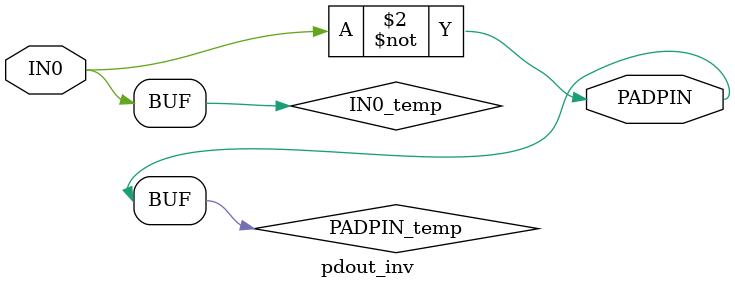
<source format=v>
module pdout_inv(IN0,PADPIN);
  parameter YPITCH = "4MA";
  parameter SLIM_FLAG = 0;
  parameter
        d_IN0_r = 0,
        d_IN0_f = 0,
        d_PADPIN_r = 1,
        d_PADPIN_f = 1;
  input  IN0;
  output  PADPIN;
  wire  IN0_temp;
  reg  PADPIN_temp;
  assign #(d_IN0_r,d_IN0_f) IN0_temp = IN0;
  assign #(d_PADPIN_r,d_PADPIN_f) PADPIN = PADPIN_temp;
  always
    @(IN0_temp)
      PADPIN_temp = ( ~ IN0_temp);
endmodule

</source>
